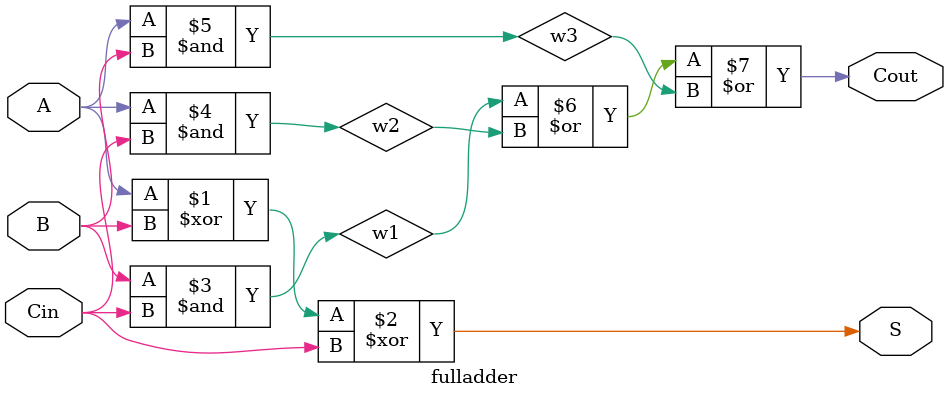
<source format=v>
module fulladder (Cout, S, A, B, Cin);
  output Cout, S;
  input A,B,Cin;
  wire w1,w2,w3;
  xor (S, A, B, Cin);
  and (w1, B, Cin);
  and (w2, A, Cin);
  and (w3, A, B);
  or (Cout, w1, w2, w3);
endmodule
</source>
